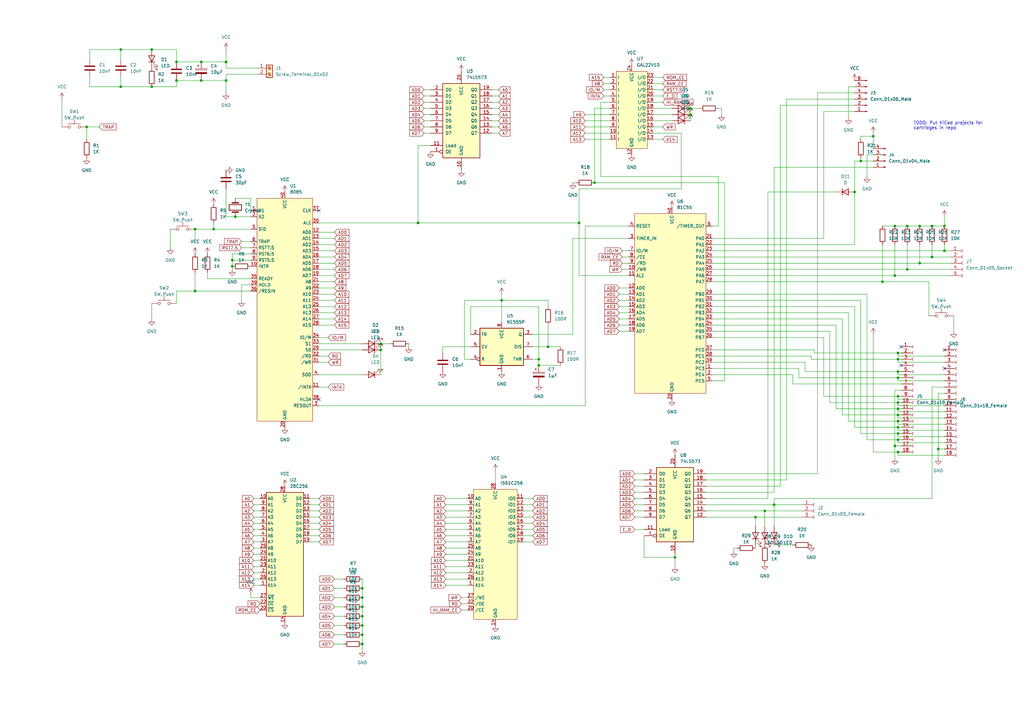
<source format=kicad_sch>
(kicad_sch (version 20230121) (generator eeschema)
  (paper "A3")
  (junction (at 224.79 142.24))
  (junction (at 350.52 78.74))
  (junction (at 367.03 113.03))
  (junction (at 368.3 170.18))
  (junction (at 148.59 252.73))
  (junction (at 95.25 106.68))
  (junction (at 148.59 256.54))
  (junction (at 148.59 245.11))
  (junction (at 368.3 172.72))
  (junction (at 372.11 110.49))
  (junction (at 368.3 180.34))
  (junction (at 377.19 107.95))
  (junction (at 243.84 74.93))
  (junction (at 156.21 143.51))
  (junction (at 368.3 154.94))
  (junction (at 368.3 162.56))
  (junction (at 276.86 228.6))
  (junction (at 353.06 66.04))
  (junction (at 313.69 209.55))
  (junction (at 49.53 20.32))
  (junction (at 237.49 91.44))
  (junction (at 220.98 149.86))
  (junction (at 80.01 119.38))
  (junction (at 372.11 92.71))
  (junction (at 35.56 52.07))
  (junction (at 368.3 175.26))
  (junction (at 317.5 207.01))
  (junction (at 361.95 115.57))
  (junction (at 368.3 152.4))
  (junction (at 72.39 33.02))
  (junction (at 358.14 55.88))
  (junction (at 283.21 46.99))
  (junction (at 80.01 93.98))
  (junction (at 148.59 248.92))
  (junction (at 148.59 260.35))
  (junction (at 283.21 44.45))
  (junction (at 368.3 185.42))
  (junction (at 156.21 140.97))
  (junction (at 368.3 147.32))
  (junction (at 205.74 123.19))
  (junction (at 87.63 93.98))
  (junction (at 72.39 25.4))
  (junction (at 96.52 88.9))
  (junction (at 367.03 182.88))
  (junction (at 368.3 144.78))
  (junction (at 367.03 92.71))
  (junction (at 387.35 92.71))
  (junction (at 377.19 92.71))
  (junction (at 92.71 33.02))
  (junction (at 82.55 33.02))
  (junction (at 62.23 35.56))
  (junction (at 92.71 25.4))
  (junction (at 382.27 105.41))
  (junction (at 368.3 167.64))
  (junction (at 387.35 102.87))
  (junction (at 95.25 109.22))
  (junction (at 148.59 241.3))
  (junction (at 49.53 35.56))
  (junction (at 171.45 91.44))
  (junction (at 62.23 20.32))
  (junction (at 309.88 212.09))
  (junction (at 220.98 147.32))
  (junction (at 384.81 184.15))
  (junction (at 368.3 165.1))
  (junction (at 82.55 25.4))
  (junction (at 382.27 92.71))
  (junction (at 368.3 177.8))
  (junction (at 148.59 264.16))
  (no_connect (at 387.35 143.51))
  (no_connect (at 130.81 163.83))
  (no_connect (at 369.57 142.24))
  (no_connect (at 130.81 86.36))
  (no_connect (at 369.57 149.86))
  (no_connect (at 387.35 151.13))
  (wire (pts (xy 214.63 214.63) (xy 218.44 214.63)))
  (wire (pts (xy 130.81 120.65) (xy 137.16 120.65)))
  (wire (pts (xy 104.14 209.55) (xy 106.68 209.55)))
  (wire (pts (xy 189.23 247.65) (xy 191.77 247.65)))
  (wire (pts (xy 247.65 31.75) (xy 250.19 31.75)))
  (wire (pts (xy 247.65 34.29) (xy 250.19 34.29)))
  (wire (pts (xy 367.03 182.88) (xy 367.03 187.96)))
  (wire (pts (xy 283.21 49.53) (xy 283.21 46.99)))
  (wire (pts (xy 350.52 66.04) (xy 350.52 78.74)))
  (wire (pts (xy 317.5 201.93) (xy 317.5 68.58)))
  (wire (pts (xy 130.81 107.95) (xy 137.16 107.95)))
  (wire (pts (xy 102.87 114.3) (xy 85.09 114.3)))
  (wire (pts (xy 368.3 172.72) (xy 368.3 173.99)))
  (wire (pts (xy 182.88 207.01) (xy 191.77 207.01)))
  (wire (pts (xy 350.52 66.04) (xy 353.06 66.04)))
  (wire (pts (xy 130.81 105.41) (xy 137.16 105.41)))
  (wire (pts (xy 95.25 104.14) (xy 102.87 104.14)))
  (wire (pts (xy 85.09 114.3) (xy 85.09 111.76)))
  (wire (pts (xy 384.81 184.15) (xy 387.35 184.15)))
  (wire (pts (xy 382.27 204.47) (xy 382.27 158.75)))
  (wire (pts (xy 104.14 234.95) (xy 106.68 234.95)))
  (wire (pts (xy 292.1 133.35) (xy 342.9 133.35)))
  (wire (pts (xy 342.9 133.35) (xy 342.9 167.64)))
  (wire (pts (xy 35.56 52.07) (xy 40.64 52.07)))
  (wire (pts (xy 289.56 199.39) (xy 320.04 199.39)))
  (wire (pts (xy 292.1 153.67) (xy 325.12 153.67)))
  (wire (pts (xy 368.3 154.94) (xy 368.3 156.21)))
  (wire (pts (xy 283.21 44.45) (xy 287.02 44.45)))
  (wire (pts (xy 368.3 177.8) (xy 369.57 177.8)))
  (wire (pts (xy 276.86 232.41) (xy 276.86 228.6)))
  (wire (pts (xy 335.28 38.1) (xy 350.52 38.1)))
  (wire (pts (xy 372.11 92.71) (xy 377.19 92.71)))
  (wire (pts (xy 130.81 113.03) (xy 137.16 113.03)))
  (wire (pts (xy 173.99 41.91) (xy 176.53 41.91)))
  (wire (pts (xy 254 123.19) (xy 257.81 123.19)))
  (wire (pts (xy 130.81 133.35) (xy 137.16 133.35)))
  (wire (pts (xy 368.3 176.53) (xy 387.35 176.53)))
  (wire (pts (xy 292.1 146.05) (xy 332.74 146.05)))
  (wire (pts (xy 255.27 110.49) (xy 257.81 110.49)))
  (wire (pts (xy 205.74 120.65) (xy 205.74 123.19)))
  (wire (pts (xy 340.36 135.89) (xy 340.36 165.1)))
  (wire (pts (xy 342.9 167.64) (xy 368.3 167.64)))
  (wire (pts (xy 254 125.73) (xy 257.81 125.73)))
  (wire (pts (xy 130.81 115.57) (xy 137.16 115.57)))
  (wire (pts (xy 240.03 46.99) (xy 250.19 46.99)))
  (wire (pts (xy 148.59 256.54) (xy 148.59 260.35)))
  (wire (pts (xy 368.3 147.32) (xy 368.3 148.59)))
  (wire (pts (xy 80.01 93.98) (xy 87.63 93.98)))
  (wire (pts (xy 171.45 91.44) (xy 237.49 91.44)))
  (wire (pts (xy 49.53 24.13) (xy 49.53 20.32)))
  (wire (pts (xy 237.49 77.47) (xy 237.49 91.44)))
  (wire (pts (xy 260.35 204.47) (xy 264.16 204.47)))
  (wire (pts (xy 104.14 232.41) (xy 106.68 232.41)))
  (wire (pts (xy 224.79 123.19) (xy 205.74 123.19)))
  (wire (pts (xy 92.71 38.1) (xy 92.71 33.02)))
  (wire (pts (xy 368.3 152.4) (xy 368.3 153.67)))
  (wire (pts (xy 330.2 152.4) (xy 368.3 152.4)))
  (wire (pts (xy 267.97 41.91) (xy 271.78 41.91)))
  (wire (pts (xy 372.11 100.33) (xy 372.11 110.49)))
  (wire (pts (xy 130.81 143.51) (xy 148.59 143.51)))
  (wire (pts (xy 292.1 97.79) (xy 337.82 97.79)))
  (wire (pts (xy 368.3 179.07) (xy 387.35 179.07)))
  (wire (pts (xy 368.3 177.8) (xy 368.3 179.07)))
  (wire (pts (xy 214.63 212.09) (xy 218.44 212.09)))
  (wire (pts (xy 104.14 217.17) (xy 106.68 217.17)))
  (wire (pts (xy 325.12 153.67) (xy 325.12 157.48)))
  (wire (pts (xy 156.21 140.97) (xy 156.21 143.51)))
  (wire (pts (xy 127 209.55) (xy 130.81 209.55)))
  (wire (pts (xy 104.14 207.01) (xy 106.68 207.01)))
  (wire (pts (xy 130.81 102.87) (xy 137.16 102.87)))
  (wire (pts (xy 353.06 177.8) (xy 368.3 177.8)))
  (wire (pts (xy 368.3 146.05) (xy 387.35 146.05)))
  (wire (pts (xy 95.25 106.68) (xy 95.25 109.22)))
  (wire (pts (xy 92.71 20.32) (xy 92.71 25.4)))
  (wire (pts (xy 240.03 54.61) (xy 250.19 54.61)))
  (wire (pts (xy 347.98 172.72) (xy 368.3 172.72)))
  (wire (pts (xy 368.3 162.56) (xy 368.3 163.83)))
  (wire (pts (xy 368.3 170.18) (xy 369.57 170.18)))
  (wire (pts (xy 255.27 102.87) (xy 257.81 102.87)))
  (wire (pts (xy 368.3 165.1) (xy 369.57 165.1)))
  (wire (pts (xy 137.16 245.11) (xy 140.97 245.11)))
  (wire (pts (xy 182.88 212.09) (xy 191.77 212.09)))
  (wire (pts (xy 182.88 227.33) (xy 191.77 227.33)))
  (wire (pts (xy 36.83 24.13) (xy 36.83 20.32)))
  (wire (pts (xy 355.6 180.34) (xy 368.3 180.34)))
  (wire (pts (xy 350.52 175.26) (xy 368.3 175.26)))
  (wire (pts (xy 368.3 144.78) (xy 369.57 144.78)))
  (wire (pts (xy 182.88 204.47) (xy 191.77 204.47)))
  (wire (pts (xy 95.25 106.68) (xy 102.87 106.68)))
  (wire (pts (xy 104.14 214.63) (xy 106.68 214.63)))
  (wire (pts (xy 137.16 260.35) (xy 140.97 260.35)))
  (wire (pts (xy 382.27 100.33) (xy 382.27 105.41)))
  (wire (pts (xy 355.6 72.39) (xy 355.6 63.5)))
  (wire (pts (xy 292.1 123.19) (xy 353.06 123.19)))
  (wire (pts (xy 292.1 135.89) (xy 340.36 135.89)))
  (wire (pts (xy 361.95 115.57) (xy 381 115.57)))
  (wire (pts (xy 240.03 52.07) (xy 250.19 52.07)))
  (wire (pts (xy 317.5 223.52) (xy 325.12 223.52)))
  (wire (pts (xy 104.14 204.47) (xy 106.68 204.47)))
  (wire (pts (xy 260.35 217.17) (xy 264.16 217.17)))
  (wire (pts (xy 387.35 102.87) (xy 389.89 102.87)))
  (wire (pts (xy 368.3 175.26) (xy 369.57 175.26)))
  (wire (pts (xy 104.14 227.33) (xy 106.68 227.33)))
  (wire (pts (xy 292.1 138.43) (xy 337.82 138.43)))
  (wire (pts (xy 368.3 186.69) (xy 387.35 186.69)))
  (wire (pts (xy 130.81 130.81) (xy 137.16 130.81)))
  (wire (pts (xy 254 128.27) (xy 257.81 128.27)))
  (wire (pts (xy 382.27 105.41) (xy 389.89 105.41)))
  (wire (pts (xy 264.16 228.6) (xy 264.16 219.71)))
  (wire (pts (xy 201.93 49.53) (xy 204.47 49.53)))
  (wire (pts (xy 171.45 59.69) (xy 176.53 59.69)))
  (wire (pts (xy 289.56 212.09) (xy 309.88 212.09)))
  (wire (pts (xy 317.5 207.01) (xy 317.5 204.47)))
  (wire (pts (xy 218.44 137.16) (xy 234.95 137.16)))
  (wire (pts (xy 96.52 81.28) (xy 102.87 81.28)))
  (wire (pts (xy 130.81 123.19) (xy 137.16 123.19)))
  (wire (pts (xy 377.19 92.71) (xy 382.27 92.71)))
  (wire (pts (xy 289.56 209.55) (xy 313.69 209.55)))
  (wire (pts (xy 368.3 167.64) (xy 369.57 167.64)))
  (wire (pts (xy 102.87 119.38) (xy 80.01 119.38)))
  (wire (pts (xy 148.59 260.35) (xy 148.59 264.16)))
  (wire (pts (xy 201.93 52.07) (xy 204.47 52.07)))
  (wire (pts (xy 254 135.89) (xy 257.81 135.89)))
  (wire (pts (xy 313.69 209.55) (xy 328.93 209.55)))
  (wire (pts (xy 292.1 102.87) (xy 387.35 102.87)))
  (wire (pts (xy 368.3 167.64) (xy 368.3 168.91)))
  (wire (pts (xy 247.65 39.37) (xy 250.19 39.37)))
  (wire (pts (xy 72.39 20.32) (xy 72.39 25.4)))
  (wire (pts (xy 260.35 199.39) (xy 264.16 199.39)))
  (wire (pts (xy 330.2 148.59) (xy 330.2 152.4)))
  (wire (pts (xy 384.81 184.15) (xy 384.81 187.96)))
  (wire (pts (xy 358.14 66.04) (xy 353.06 66.04)))
  (wire (pts (xy 173.99 54.61) (xy 176.53 54.61)))
  (wire (pts (xy 234.95 74.93) (xy 236.22 74.93)))
  (wire (pts (xy 240.03 92.71) (xy 257.81 92.71)))
  (wire (pts (xy 391.16 129.54) (xy 391.16 135.89)))
  (wire (pts (xy 214.63 207.01) (xy 218.44 207.01)))
  (wire (pts (xy 267.97 39.37) (xy 271.78 39.37)))
  (wire (pts (xy 314.96 204.47) (xy 314.96 78.74)))
  (wire (pts (xy 220.98 125.73) (xy 193.04 125.73)))
  (wire (pts (xy 82.55 33.02) (xy 92.71 33.02)))
  (wire (pts (xy 279.4 77.47) (xy 237.49 77.47)))
  (wire (pts (xy 368.3 147.32) (xy 369.57 147.32)))
  (wire (pts (xy 387.35 100.33) (xy 387.35 102.87)))
  (wire (pts (xy 240.03 166.37) (xy 240.03 92.71)))
  (wire (pts (xy 247.65 36.83) (xy 250.19 36.83)))
  (wire (pts (xy 267.97 36.83) (xy 271.78 36.83)))
  (wire (pts (xy 387.35 92.71) (xy 387.35 88.9)))
  (wire (pts (xy 189.23 245.11) (xy 191.77 245.11)))
  (wire (pts (xy 368.3 166.37) (xy 387.35 166.37)))
  (wire (pts (xy 260.35 196.85) (xy 264.16 196.85)))
  (wire (pts (xy 267.97 54.61) (xy 279.4 54.61)))
  (wire (pts (xy 130.81 125.73) (xy 137.16 125.73)))
  (wire (pts (xy 127 222.25) (xy 130.81 222.25)))
  (wire (pts (xy 368.3 144.78) (xy 368.3 146.05)))
  (wire (pts (xy 368.3 181.61) (xy 387.35 181.61)))
  (wire (pts (xy 368.3 185.42) (xy 358.14 185.42)))
  (wire (pts (xy 35.56 52.07) (xy 35.56 57.15)))
  (wire (pts (xy 317.5 204.47) (xy 382.27 204.47)))
  (wire (pts (xy 99.06 116.84) (xy 102.87 116.84)))
  (wire (pts (xy 224.79 142.24) (xy 218.44 142.24)))
  (wire (pts (xy 358.14 185.42) (xy 358.14 137.16)))
  (wire (pts (xy 95.25 109.22) (xy 95.25 110.49)))
  (wire (pts (xy 295.91 44.45) (xy 295.91 46.99)))
  (wire (pts (xy 205.74 123.19) (xy 205.74 132.08)))
  (wire (pts (xy 104.14 237.49) (xy 106.68 237.49)))
  (wire (pts (xy 294.64 92.71) (xy 294.64 72.39)))
  (wire (pts (xy 203.2 193.04) (xy 203.2 198.12)))
  (wire (pts (xy 92.71 25.4) (xy 92.71 27.94)))
  (wire (pts (xy 292.1 105.41) (xy 382.27 105.41)))
  (wire (pts (xy 292.1 115.57) (xy 361.95 115.57)))
  (wire (pts (xy 368.3 180.34) (xy 369.57 180.34)))
  (wire (pts (xy 104.14 224.79) (xy 106.68 224.79)))
  (wire (pts (xy 345.44 130.81) (xy 345.44 170.18)))
  (wire (pts (xy 355.6 120.65) (xy 355.6 180.34)))
  (wire (pts (xy 358.14 55.88) (xy 358.14 60.96)))
  (wire (pts (xy 267.97 31.75) (xy 271.78 31.75)))
  (wire (pts (xy 289.56 201.93) (xy 317.5 201.93)))
  (wire (pts (xy 332.74 146.05) (xy 332.74 147.32)))
  (wire (pts (xy 309.88 223.52) (xy 309.88 224.79)))
  (wire (pts (xy 381 115.57) (xy 381 129.54)))
  (wire (pts (xy 240.03 49.53) (xy 250.19 49.53)))
  (wire (pts (xy 193.04 147.32) (xy 190.5 147.32)))
  (wire (pts (xy 130.81 166.37) (xy 240.03 166.37)))
  (wire (pts (xy 87.63 93.98) (xy 87.63 91.44)))
  (wire (pts (xy 292.1 128.27) (xy 347.98 128.27)))
  (wire (pts (xy 104.14 212.09) (xy 106.68 212.09)))
  (wire (pts (xy 292.1 100.33) (xy 350.52 100.33)))
  (wire (pts (xy 246.38 72.39) (xy 246.38 41.91)))
  (wire (pts (xy 369.57 185.42) (xy 368.3 185.42)))
  (wire (pts (xy 292.1 125.73) (xy 350.52 125.73)))
  (wire (pts (xy 292.1 120.65) (xy 355.6 120.65)))
  (wire (pts (xy 229.87 149.86) (xy 220.98 149.86)))
  (wire (pts (xy 193.04 125.73) (xy 193.04 137.16)))
  (wire (pts (xy 358.14 54.61) (xy 358.14 55.88)))
  (wire (pts (xy 367.03 100.33) (xy 367.03 113.03)))
  (wire (pts (xy 368.3 153.67) (xy 387.35 153.67)))
  (wire (pts (xy 234.95 137.16) (xy 234.95 97.79)))
  (wire (pts (xy 368.3 180.34) (xy 368.3 181.61)))
  (wire (pts (xy 102.87 93.98) (xy 87.63 93.98)))
  (wire (pts (xy 49.53 20.32) (xy 62.23 20.32)))
  (wire (pts (xy 171.45 91.44) (xy 171.45 59.69)))
  (wire (pts (xy 182.88 232.41) (xy 191.77 232.41)))
  (wire (pts (xy 82.55 25.4) (xy 92.71 25.4)))
  (wire (pts (xy 347.98 128.27) (xy 347.98 172.72)))
  (wire (pts (xy 246.38 41.91) (xy 250.19 41.91)))
  (wire (pts (xy 367.03 182.88) (xy 369.57 182.88)))
  (wire (pts (xy 267.97 49.53) (xy 275.59 49.53)))
  (wire (pts (xy 214.63 209.55) (xy 218.44 209.55)))
  (wire (pts (xy 254 130.81) (xy 257.81 130.81)))
  (wire (pts (xy 368.3 173.99) (xy 387.35 173.99)))
  (wire (pts (xy 220.98 149.86) (xy 220.98 147.32)))
  (wire (pts (xy 350.52 125.73) (xy 350.52 175.26)))
  (wire (pts (xy 148.59 248.92) (xy 148.59 252.73)))
  (wire (pts (xy 181.61 142.24) (xy 193.04 142.24)))
  (wire (pts (xy 148.59 264.16) (xy 148.59 266.7)))
  (wire (pts (xy 173.99 39.37) (xy 176.53 39.37)))
  (wire (pts (xy 332.74 147.32) (xy 368.3 147.32)))
  (wire (pts (xy 105.41 27.94) (xy 92.71 27.94)))
  (wire (pts (xy 267.97 34.29) (xy 271.78 34.29)))
  (wire (pts (xy 267.97 57.15) (xy 271.78 57.15)))
  (wire (pts (xy 137.16 248.92) (xy 140.97 248.92)))
  (wire (pts (xy 279.4 54.61) (xy 279.4 77.47)))
  (wire (pts (xy 104.14 222.25) (xy 106.68 222.25)))
  (wire (pts (xy 368.3 171.45) (xy 387.35 171.45)))
  (wire (pts (xy 137.16 264.16) (xy 140.97 264.16)))
  (wire (pts (xy 36.83 20.32) (xy 49.53 20.32)))
  (wire (pts (xy 340.36 165.1) (xy 368.3 165.1)))
  (wire (pts (xy 368.3 175.26) (xy 368.3 176.53)))
  (wire (pts (xy 182.88 234.95) (xy 191.77 234.95)))
  (wire (pts (xy 130.81 128.27) (xy 137.16 128.27)))
  (wire (pts (xy 173.99 36.83) (xy 176.53 36.83)))
  (wire (pts (xy 201.93 39.37) (xy 204.47 39.37)))
  (wire (pts (xy 353.06 123.19) (xy 353.06 177.8)))
  (wire (pts (xy 49.53 31.75) (xy 49.53 35.56)))
  (wire (pts (xy 317.5 207.01) (xy 328.93 207.01)))
  (wire (pts (xy 260.35 194.31) (xy 264.16 194.31)))
  (wire (pts (xy 335.28 194.31) (xy 335.28 38.1)))
  (wire (pts (xy 292.1 110.49) (xy 372.11 110.49)))
  (wire (pts (xy 69.85 93.98) (xy 69.85 101.6)))
  (wire (pts (xy 182.88 209.55) (xy 191.77 209.55)))
  (wire (pts (xy 345.44 170.18) (xy 368.3 170.18)))
  (wire (pts (xy 260.35 209.55) (xy 264.16 209.55)))
  (wire (pts (xy 130.81 158.75) (xy 134.62 158.75)))
  (wire (pts (xy 260.35 212.09) (xy 264.16 212.09)))
  (wire (pts (xy 317.5 68.58) (xy 358.14 68.58)))
  (wire (pts (xy 334.01 143.51) (xy 334.01 144.78)))
  (wire (pts (xy 314.96 78.74) (xy 342.9 78.74)))
  (wire (pts (xy 237.49 91.44) (xy 237.49 113.03)))
  (wire (pts (xy 368.3 165.1) (xy 368.3 166.37)))
  (wire (pts (xy 182.88 217.17) (xy 191.77 217.17)))
  (wire (pts (xy 182.88 214.63) (xy 191.77 214.63)))
  (wire (pts (xy 130.81 153.67) (xy 148.59 153.67)))
  (wire (pts (xy 368.3 170.18) (xy 368.3 171.45)))
  (wire (pts (xy 337.82 97.79) (xy 337.82 45.72)))
  (wire (pts (xy 382.27 158.75) (xy 387.35 158.75)))
  (wire (pts (xy 353.06 64.77) (xy 353.06 66.04)))
  (wire (pts (xy 36.83 35.56) (xy 49.53 35.56)))
  (wire (pts (xy 214.63 204.47) (xy 218.44 204.47)))
  (wire (pts (xy 104.14 219.71) (xy 106.68 219.71)))
  (wire (pts (xy 294.64 44.45) (xy 295.91 44.45)))
  (wire (pts (xy 224.79 125.73) (xy 224.79 123.19)))
  (wire (pts (xy 320.04 43.18) (xy 320.04 199.39)))
  (wire (pts (xy 130.81 110.49) (xy 137.16 110.49)))
  (wire (pts (xy 368.3 172.72) (xy 369.57 172.72)))
  (wire (pts (xy 243.84 44.45) (xy 250.19 44.45)))
  (wire (pts (xy 80.01 99.06) (xy 80.01 93.98)))
  (wire (pts (xy 283.21 46.99) (xy 283.21 44.45)))
  (wire (pts (xy 80.01 111.76) (xy 80.01 119.38)))
  (wire (pts (xy 254 118.11) (xy 257.81 118.11)))
  (wire (pts (xy 130.81 138.43) (xy 134.62 138.43)))
  (wire (pts (xy 62.23 35.56) (xy 72.39 35.56)))
  (wire (pts (xy 92.71 30.48) (xy 105.41 30.48)))
  (wire (pts (xy 384.81 161.29) (xy 384.81 184.15)))
  (wire (pts (xy 92.71 88.9) (xy 96.52 88.9)))
  (wire (pts (xy 99.06 101.6) (xy 102.87 101.6)))
  (wire (pts (xy 367.03 113.03) (xy 389.89 113.03)))
  (wire (pts (xy 62.23 124.46) (xy 62.23 130.81)))
  (wire (pts (xy 96.52 88.9) (xy 102.87 88.9)))
  (wire (pts (xy 92.71 77.47) (xy 92.71 88.9)))
  (wire (pts (xy 127 219.71) (xy 130.81 219.71)))
  (wire (pts (xy 267.97 46.99) (xy 275.59 46.99)))
  (wire (pts (xy 382.27 92.71) (xy 387.35 92.71)))
  (wire (pts (xy 130.81 100.33) (xy 137.16 100.33)))
  (wire (pts (xy 106.68 245.11) (xy 102.87 245.11)))
  (wire (pts (xy 130.81 146.05) (xy 134.62 146.05)))
  (wire (pts (xy 254 120.65) (xy 257.81 120.65)))
  (wire (pts (xy 92.71 33.02) (xy 92.71 30.48)))
  (wire (pts (xy 137.16 241.3) (xy 140.97 241.3)))
  (wire (pts (xy 182.88 237.49) (xy 191.77 237.49)))
  (wire (pts (xy 182.88 224.79) (xy 191.77 224.79)))
  (wire (pts (xy 201.93 54.61) (xy 204.47 54.61)))
  (wire (pts (xy 190.5 123.19) (xy 205.74 123.19)))
  (wire (pts (xy 292.1 156.21) (xy 297.18 156.21)))
  (wire (pts (xy 148.59 241.3) (xy 148.59 245.11)))
  (wire (pts (xy 148.59 245.11) (xy 148.59 248.92)))
  (wire (pts (xy 368.3 156.21) (xy 387.35 156.21)))
  (wire (pts (xy 137.16 237.49) (xy 140.97 237.49)))
  (wire (pts (xy 201.93 41.91) (xy 204.47 41.91)))
  (wire (pts (xy 289.56 194.31) (xy 335.28 194.31)))
  (wire (pts (xy 99.06 99.06) (xy 102.87 99.06)))
  (wire (pts (xy 297.18 74.93) (xy 243.84 74.93)))
  (wire (pts (xy 387.35 161.29) (xy 384.81 161.29)))
  (wire (pts (xy 297.18 156.21) (xy 297.18 74.93)))
  (wire (pts (xy 353.06 57.15) (xy 353.06 55.88)))
  (wire (pts (xy 361.95 92.71) (xy 367.03 92.71)))
  (wire (pts (xy 201.93 44.45) (xy 204.47 44.45)))
  (wire (pts (xy 243.84 74.93) (xy 243.84 44.45)))
  (wire (pts (xy 367.03 160.02) (xy 367.03 182.88)))
  (wire (pts (xy 347.98 35.56) (xy 350.52 35.56)))
  (wire (pts (xy 127 207.01) (xy 130.81 207.01)))
  (wire (pts (xy 368.3 168.91) (xy 387.35 168.91)))
  (wire (pts (xy 372.11 110.49) (xy 389.89 110.49)))
  (wire (pts (xy 267.97 44.45) (xy 275.59 44.45)))
  (wire (pts (xy 289.56 196.85) (xy 322.58 196.85)))
  (wire (pts (xy 276.86 228.6) (xy 276.86 227.33)))
  (wire (pts (xy 377.19 100.33) (xy 377.19 107.95)))
  (wire (pts (xy 127 212.09) (xy 130.81 212.09)))
  (wire (pts (xy 271.78 52.07) (xy 267.97 52.07)))
  (wire (pts (xy 214.63 217.17) (xy 218.44 217.17)))
  (wire (pts (xy 377.19 107.95) (xy 389.89 107.95)))
  (wire (pts (xy 95.25 104.14) (xy 95.25 106.68)))
  (wire (pts (xy 292.1 107.95) (xy 377.19 107.95)))
  (wire (pts (xy 276.86 228.6) (xy 264.16 228.6)))
  (wire (pts (xy 368.3 162.56) (xy 369.57 162.56)))
  (wire (pts (xy 201.93 46.99) (xy 204.47 46.99)))
  (wire (pts (xy 292.1 130.81) (xy 345.44 130.81)))
  (wire (pts (xy 347.98 48.26) (xy 347.98 35.56)))
  (wire (pts (xy 127 217.17) (xy 130.81 217.17)))
  (wire (pts (xy 237.49 113.03) (xy 257.81 113.03)))
  (wire (pts (xy 182.88 219.71) (xy 191.77 219.71)))
  (wire (pts (xy 292.1 148.59) (xy 330.2 148.59)))
  (wire (pts (xy 260.35 201.93) (xy 264.16 201.93)))
  (wire (pts (xy 289.56 204.47) (xy 314.96 204.47)))
  (wire (pts (xy 224.79 142.24) (xy 229.87 142.24)))
  (wire (pts (xy 224.79 133.35) (xy 224.79 142.24)))
  (wire (pts (xy 353.06 55.88) (xy 358.14 55.88)))
  (wire (pts (xy 130.81 140.97) (xy 148.59 140.97)))
  (wire (pts (xy 72.39 33.02) (xy 82.55 33.02)))
  (wire (pts (xy 214.63 219.71) (xy 218.44 219.71)))
  (wire (pts (xy 294.64 72.39) (xy 246.38 72.39)))
  (wire (pts (xy 368.3 163.83) (xy 387.35 163.83)))
  (wire (pts (xy 36.83 31.75) (xy 36.83 35.56)))
  (wire (pts (xy 350.52 78.74) (xy 350.52 100.33)))
  (wire (pts (xy 218.44 147.32) (xy 220.98 147.32)))
  (wire (pts (xy 62.23 20.32) (xy 72.39 20.32)))
  (wire (pts (xy 368.3 154.94) (xy 369.57 154.94)))
  (wire (pts (xy 130.81 97.79) (xy 137.16 97.79)))
  (wire (pts (xy 173.99 52.07) (xy 176.53 52.07)))
  (wire (pts (xy 127 204.47) (xy 130.81 204.47)))
  (wire (pts (xy 148.59 237.49) (xy 148.59 241.3)))
  (wire (pts (xy 337.82 138.43) (xy 337.82 162.56)))
  (wire (pts (xy 317.5 207.01) (xy 317.5 215.9)))
  (wire (pts (xy 240.03 57.15) (xy 250.19 57.15)))
  (wire (pts (xy 234.95 97.79) (xy 257.81 97.79)))
  (wire (pts (xy 80.01 119.38) (xy 72.39 119.38)))
  (wire (pts (xy 173.99 49.53) (xy 176.53 49.53)))
  (wire (pts (xy 167.64 142.24) (xy 167.64 140.97)))
  (wire (pts (xy 137.16 256.54) (xy 140.97 256.54)))
  (wire (pts (xy 300.99 224.79) (xy 302.26 224.79)))
  (wire (pts (xy 369.57 160.02) (xy 367.03 160.02)))
  (wire (pts (xy 130.81 91.44) (xy 171.45 91.44)))
  (wire (pts (xy 254 133.35) (xy 257.81 133.35)))
  (wire (pts (xy 173.99 44.45) (xy 176.53 44.45)))
  (wire (pts (xy 173.99 46.99) (xy 176.53 46.99)))
  (wire (pts (xy 182.88 229.87) (xy 191.77 229.87)))
  (wire (pts (xy 220.98 147.32) (xy 220.98 125.73)))
  (wire (pts (xy 322.58 40.64) (xy 322.58 196.85)))
  (wire (pts (xy 325.12 157.48) (xy 369.57 157.48)))
  (wire (pts (xy 181.61 144.78) (xy 181.61 142.24)))
  (wire (pts (xy 130.81 118.11) (xy 137.16 118.11)))
  (wire (pts (xy 300.99 226.06) (xy 300.99 224.79)))
  (wire (pts (xy 201.93 36.83) (xy 204.47 36.83)))
  (wire (pts (xy 130.81 95.25) (xy 137.16 95.25)))
  (wire (pts (xy 327.66 154.94) (xy 368.3 154.94)))
  (wire (pts (xy 289.56 207.01) (xy 317.5 207.01)))
  (wire (pts (xy 25.4 40.64) (xy 25.4 52.07)))
  (wire (pts (xy 190.5 147.32) (xy 190.5 123.19)))
  (wire (pts (xy 322.58 40.64) (xy 350.52 40.64)))
  (wire (pts (xy 309.88 212.09) (xy 309.88 215.9)))
  (wire (pts (xy 102.87 245.11) (xy 102.87 243.84)))
  (wire (pts (xy 255.27 105.41) (xy 257.81 105.41)))
  (wire (pts (xy 292.1 143.51) (xy 334.01 143.51)))
  (wire (pts (xy 309.88 212.09) (xy 328.93 212.09)))
  (wire (pts (xy 189.23 250.19) (xy 191.77 250.19)))
  (wire (pts (xy 255.27 107.95) (xy 257.81 107.95)))
  (wire (pts (xy 72.39 119.38) (xy 72.39 124.46)))
  (wire (pts (xy 104.14 229.87) (xy 106.68 229.87)))
  (wire (pts (xy 368.3 148.59) (xy 387.35 148.59)))
  (wire (pts (xy 49.53 35.56) (xy 62.23 35.56)))
  (wire (pts (xy 104.14 240.03) (xy 106.68 240.03)))
  (wire (pts (xy 130.81 148.59) (xy 134.62 148.59)))
  (wire (pts (xy 292.1 113.03) (xy 367.03 113.03)))
  (wire (pts (xy 214.63 222.25) (xy 218.44 222.25)))
  (wire (pts (xy 72.39 35.56) (xy 72.39 33.02)))
  (wire (pts (xy 320.04 43.18) (xy 350.52 43.18)))
  (wire (pts (xy 337.82 162.56) (xy 368.3 162.56)))
  (wire (pts (xy 72.39 25.4) (xy 82.55 25.4)))
  (wire (pts (xy 156.21 143.51) (xy 156.21 153.67)))
  (wire (pts (xy 368.3 152.4) (xy 369.57 152.4)))
  (wire (pts (xy 313.69 209.55) (xy 313.69 215.9)))
  (wire (pts (xy 182.88 222.25) (xy 191.77 222.25)))
  (wire (pts (xy 368.3 185.42) (xy 368.3 186.69)))
  (wire (pts (xy 334.01 144.78) (xy 368.3 144.78)))
  (wire (pts (xy 337.82 45.72) (xy 350.52 45.72)))
  (wire (pts (xy 156.21 140.97) (xy 160.02 140.97)))
  (wire (pts (xy 327.66 151.13) (xy 327.66 154.94)))
  (wire (pts (xy 102.87 81.28) (xy 102.87 86.36)))
  (wire (pts (xy 367.03 92.71) (xy 372.11 92.71)))
  (wire (pts (xy 182.88 240.03) (xy 191.77 240.03)))
  (wire (pts (xy 292.1 92.71) (xy 294.64 92.71)))
  (wire (pts (xy 99.06 123.19) (xy 99.06 116.84)))
  (wire (pts (xy 137.16 252.73) (xy 140.97 252.73)))
  (wire (pts (xy 292.1 151.13) (xy 327.66 151.13)))
  (wire (pts (xy 260.35 207.01) (xy 264.16 207.01)))
  (wire (pts (xy 127 214.63) (xy 130.81 214.63)))
  (wire (pts (xy 361.95 100.33) (xy 361.95 115.57)))
  (wire (pts (xy 148.59 252.73) (xy 148.59 256.54)))
  (wire (pts (xy 355.6 63.5) (xy 358.14 63.5)))
  (text "TODO: Put KiCad projects for\ncartridges in repo" (at 374.65 53.34 0) (effects (font (size 1.27 1.27)) (justify left bottom)))
  (global_label "A11" (shape input) (at 182.88 232.41 180) (property "Intersheetrefs" "${INTERSHEET_REFS}" (effects hide)))
  (global_label "A14" (shape input) (at 104.14 240.03 180) (property "Intersheetrefs" "${INTERSHEET_REFS}" (effects hide)))
  (global_label "A9" (shape input) (at 182.88 227.33 180) (property "Intersheetrefs" "${INTERSHEET_REFS}" (effects hide)))
  (global_label "A1" (shape input) (at 104.14 207.01 180) (property "Intersheetrefs" "${INTERSHEET_REFS}" (effects hide)))
  (global_label "AD5" (shape input) (at 260.35 207.01 180) (property "Intersheetrefs" "${INTERSHEET_REFS}" (effects hide)))
  (global_label "AD0" (shape input) (at 130.81 204.47 0) (property "Intersheetrefs" "${INTERSHEET_REFS}" (effects hide)))
  (global_label "A8" (shape input) (at 104.14 224.79 180) (property "Intersheetrefs" "${INTERSHEET_REFS}" (effects hide)))
  (global_label "AD6" (shape input) (at 173.99 52.07 180) (property "Intersheetrefs" "${INTERSHEET_REFS}" (effects hide)))
  (global_label "A4" (shape input) (at 104.14 214.63 180) (property "Intersheetrefs" "${INTERSHEET_REFS}" (effects hide)))
  (global_label "RD" (shape input) (at 106.68 247.65 180) (property "Intersheetrefs" "${INTERSHEET_REFS}" (effects hide)))
  (global_label "A7" (shape input) (at 182.88 222.25 180) (property "Intersheetrefs" "${INTERSHEET_REFS}" (effects hide)))
  (global_label "AD1" (shape input) (at 173.99 39.37 180) (property "Intersheetrefs" "${INTERSHEET_REFS}" (effects hide)))
  (global_label "A5" (shape input) (at 104.14 217.17 180) (property "Intersheetrefs" "${INTERSHEET_REFS}" (effects hide)))
  (global_label "A6" (shape input) (at 204.47 52.07 0) (property "Intersheetrefs" "${INTERSHEET_REFS}" (effects hide)))
  (global_label "AD2" (shape input) (at 137.16 100.33 0) (property "Intersheetrefs" "${INTERSHEET_REFS}" (effects hide)))
  (global_label "AD6" (shape input) (at 218.44 219.71 0) (property "Intersheetrefs" "${INTERSHEET_REFS}" (effects hide)))
  (global_label "A8" (shape input) (at 247.65 34.29 180) (property "Intersheetrefs" "${INTERSHEET_REFS}" (effects hide)))
  (global_label "A4" (shape input) (at 182.88 214.63 180) (property "Intersheetrefs" "${INTERSHEET_REFS}" (effects hide)))
  (global_label "AD4" (shape input) (at 254 128.27 180) (property "Intersheetrefs" "${INTERSHEET_REFS}" (effects hide)))
  (global_label "RAM_CE" (shape input) (at 255.27 105.41 180) (property "Intersheetrefs" "${INTERSHEET_REFS}" (effects hide)))
  (global_label "WR" (shape input) (at 134.62 148.59 0) (property "Intersheetrefs" "${INTERSHEET_REFS}" (effects hide)))
  (global_label "A15" (shape input) (at 137.16 133.35 0) (property "Intersheetrefs" "${INTERSHEET_REFS}" (effects hide)))
  (global_label "AD0" (shape input) (at 137.16 237.49 180) (property "Intersheetrefs" "${INTERSHEET_REFS}" (effects hide)))
  (global_label "A11" (shape input) (at 240.03 52.07 180) (property "Intersheetrefs" "${INTERSHEET_REFS}" (effects hide)))
  (global_label "AD0" (shape input) (at 254 118.11 180) (property "Intersheetrefs" "${INTERSHEET_REFS}" (effects hide)))
  (global_label "AD5" (shape input) (at 173.99 49.53 180) (property "Intersheetrefs" "${INTERSHEET_REFS}" (effects hide)))
  (global_label "A8" (shape input) (at 182.88 224.79 180) (property "Intersheetrefs" "${INTERSHEET_REFS}" (effects hide)))
  (global_label "RST7.5" (shape input) (at 271.78 36.83 0) (property "Intersheetrefs" "${INTERSHEET_REFS}" (effects hide)))
  (global_label "A11" (shape input) (at 104.14 232.41 180) (property "Intersheetrefs" "${INTERSHEET_REFS}" (effects hide)))
  (global_label "AD2" (shape input) (at 173.99 41.91 180) (property "Intersheetrefs" "${INTERSHEET_REFS}" (effects hide)))
  (global_label "HI_RAM_CE" (shape input) (at 271.78 41.91 0) (property "Intersheetrefs" "${INTERSHEET_REFS}" (effects hide)))
  (global_label "ROM_CE" (shape input) (at 106.68 250.19 180) (property "Intersheetrefs" "${INTERSHEET_REFS}" (effects hide)))
  (global_label "A7" (shape input) (at 204.47 54.61 0) (property "Intersheetrefs" "${INTERSHEET_REFS}" (effects hide)))
  (global_label "AD2" (shape input) (at 260.35 199.39 180) (property "Intersheetrefs" "${INTERSHEET_REFS}" (effects hide)))
  (global_label "A6" (shape input) (at 104.14 219.71 180) (property "Intersheetrefs" "${INTERSHEET_REFS}" (effects hide)))
  (global_label "A13" (shape input) (at 137.16 128.27 0) (property "Intersheetrefs" "${INTERSHEET_REFS}" (effects hide)))
  (global_label "RD" (shape input) (at 189.23 247.65 180) (property "Intersheetrefs" "${INTERSHEET_REFS}" (effects hide)))
  (global_label "A3" (shape input) (at 204.47 44.45 0) (property "Intersheetrefs" "${INTERSHEET_REFS}" (effects hide)))
  (global_label "RST7.5" (shape input) (at 99.06 101.6 180) (property "Intersheetrefs" "${INTERSHEET_REFS}" (effects hide)))
  (global_label "A1" (shape input) (at 204.47 39.37 0) (property "Intersheetrefs" "${INTERSHEET_REFS}" (effects hide)))
  (global_label "AD5" (shape input) (at 137.16 256.54 180) (property "Intersheetrefs" "${INTERSHEET_REFS}" (effects hide)))
  (global_label "AD4" (shape input) (at 218.44 214.63 0) (property "Intersheetrefs" "${INTERSHEET_REFS}" (effects hide)))
  (global_label "AD3" (shape input) (at 173.99 44.45 180) (property "Intersheetrefs" "${INTERSHEET_REFS}" (effects hide)))
  (global_label "A13" (shape input) (at 240.03 57.15 180) (property "Intersheetrefs" "${INTERSHEET_REFS}" (effects hide)))
  (global_label "AD3" (shape input) (at 137.16 102.87 0) (property "Intersheetrefs" "${INTERSHEET_REFS}" (effects hide)))
  (global_label "A14" (shape input) (at 271.78 57.15 0) (property "Intersheetrefs" "${INTERSHEET_REFS}" (effects hide)))
  (global_label "AD5" (shape input) (at 137.16 107.95 0) (property "Intersheetrefs" "${INTERSHEET_REFS}" (effects hide)))
  (global_label "A0" (shape input) (at 204.47 36.83 0) (property "Intersheetrefs" "${INTERSHEET_REFS}" (effects hide)))
  (global_label "A9" (shape input) (at 240.03 46.99 180) (property "Intersheetrefs" "${INTERSHEET_REFS}" (effects hide)))
  (global_label "AD6" (shape input) (at 130.81 219.71 0) (property "Intersheetrefs" "${INTERSHEET_REFS}" (effects hide)))
  (global_label "A14" (shape input) (at 182.88 240.03 180) (property "Intersheetrefs" "${INTERSHEET_REFS}" (effects hide)))
  (global_label "A1" (shape input) (at 182.88 207.01 180) (property "Intersheetrefs" "${INTERSHEET_REFS}" (effects hide)))
  (global_label "AD6" (shape input) (at 260.35 209.55 180) (property "Intersheetrefs" "${INTERSHEET_REFS}" (effects hide)))
  (global_label "A2" (shape input) (at 182.88 209.55 180) (property "Intersheetrefs" "${INTERSHEET_REFS}" (effects hide)))
  (global_label "A12" (shape input) (at 182.88 234.95 180) (property "Intersheetrefs" "${INTERSHEET_REFS}" (effects hide)))
  (global_label "A8" (shape input) (at 137.16 115.57 0) (property "Intersheetrefs" "${INTERSHEET_REFS}" (effects hide)))
  (global_label "AD4" (shape input) (at 137.16 105.41 0) (property "Intersheetrefs" "${INTERSHEET_REFS}" (effects hide)))
  (global_label "A5" (shape input) (at 182.88 217.17 180) (property "Intersheetrefs" "${INTERSHEET_REFS}" (effects hide)))
  (global_label "AD4" (shape input) (at 173.99 46.99 180) (property "Intersheetrefs" "${INTERSHEET_REFS}" (effects hide)))
  (global_label "WR" (shape input) (at 271.78 52.07 0) (property "Intersheetrefs" "${INTERSHEET_REFS}" (effects hide)))
  (global_label "A13" (shape input) (at 182.88 237.49 180) (property "Intersheetrefs" "${INTERSHEET_REFS}" (effects hide)))
  (global_label "AD1" (shape input) (at 137.16 241.3 180) (property "Intersheetrefs" "${INTERSHEET_REFS}" (effects hide)))
  (global_label "AD6" (shape input) (at 137.16 260.35 180) (property "Intersheetrefs" "${INTERSHEET_REFS}" (effects hide)))
  (global_label "A11" (shape input) (at 137.16 123.19 0) (property "Intersheetrefs" "${INTERSHEET_REFS}" (effects hide)))
  (global_label "RAM_CE" (shape input) (at 271.78 34.29 0) (property "Intersheetrefs" "${INTERSHEET_REFS}" (effects hide)))
  (global_label "AD3" (shape input) (at 218.44 212.09 0) (property "Intersheetrefs" "${INTERSHEET_REFS}" (effects hide)))
  (global_label "A12" (shape input) (at 104.14 234.95 180) (property "Intersheetrefs" "${INTERSHEET_REFS}" (effects hide)))
  (global_label "AD3" (shape input) (at 260.35 201.93 180) (property "Intersheetrefs" "${INTERSHEET_REFS}" (effects hide)))
  (global_label "A0" (shape input) (at 182.88 204.47 180) (property "Intersheetrefs" "${INTERSHEET_REFS}" (effects hide)))
  (global_label "AD4" (shape input) (at 260.35 204.47 180) (property "Intersheetrefs" "${INTERSHEET_REFS}" (effects hide)))
  (global_label "AD1" (shape input) (at 260.35 196.85 180) (property "Intersheetrefs" "${INTERSHEET_REFS}" (effects hide)))
  (global_label "AD3" (shape input) (at 137.16 248.92 180) (property "Intersheetrefs" "${INTERSHEET_REFS}" (effects hide)))
  (global_label "AD0" (shape input) (at 260.35 194.31 180) (property "Intersheetrefs" "${INTERSHEET_REFS}" (effects hide)))
  (global_label "HI_RAM_CE" (shape input) (at 189.23 250.19 180) (property "Intersheetrefs" "${INTERSHEET_REFS}" (effects hide)))
  (global_label "A4" (shape input) (at 204.47 46.99 0) (property "Intersheetrefs" "${INTERSHEET_REFS}" (effects hide)))
  (global_label "A10" (shape input) (at 182.88 229.87 180) (property "Intersheetrefs" "${INTERSHEET_REFS}" (effects hide)))
  (global_label "AD7" (shape input) (at 137.16 113.03 0) (property "Intersheetrefs" "${INTERSHEET_REFS}" (effects hide)))
  (global_label "A5" (shape input) (at 204.47 49.53 0) (property "Intersheetrefs" "${INTERSHEET_REFS}" (effects hide)))
  (global_label "A7" (shape input) (at 104.14 222.25 180) (property "Intersheetrefs" "${INTERSHEET_REFS}" (effects hide)))
  (global_label "TRAP" (shape input) (at 99.06 99.06 180) (property "Intersheetrefs" "${INTERSHEET_REFS}" (effects hide)))
  (global_label "A12" (shape input) (at 240.03 54.61 180) (property "Intersheetrefs" "${INTERSHEET_REFS}" (effects hide)))
  (global_label "AD6" (shape input) (at 137.16 110.49 0) (property "Intersheetrefs" "${INTERSHEET_REFS}" (effects hide)))
  (global_label "A0" (shape input) (at 104.14 204.47 180) (property "Intersheetrefs" "${INTERSHEET_REFS}" (effects hide)))
  (global_label "A10" (shape input) (at 137.16 120.65 0) (property "Intersheetrefs" "${INTERSHEET_REFS}" (effects hide)))
  (global_label "AD0" (shape input) (at 173.99 36.83 180) (property "Intersheetrefs" "${INTERSHEET_REFS}" (effects hide)))
  (global_label "AD0" (shape input) (at 218.44 204.47 0) (property "Intersheetrefs" "${INTERSHEET_REFS}" (effects hide)))
  (global_label "AD7" (shape input) (at 218.44 222.25 0) (property "Intersheetrefs" "${INTERSHEET_REFS}" (effects hide)))
  (global_label "AD6" (shape input) (at 254 133.35 180) (property "Intersheetrefs" "${INTERSHEET_REFS}" (effects hide)))
  (global_label "AD2" (shape input) (at 254 123.19 180) (property "Intersheetrefs" "${INTERSHEET_REFS}" (effects hide)))
  (global_label "INTA" (shape input) (at 134.62 158.75 0) (property "Intersheetrefs" "${INTERSHEET_REFS}" (effects hide)))
  (global_label "AD7" (shape input) (at 130.81 222.25 0) (property "Intersheetrefs" "${INTERSHEET_REFS}" (effects hide)))
  (global_label "AD2" (shape input) (at 130.81 209.55 0) (property "Intersheetrefs" "${INTERSHEET_REFS}" (effects hide)))
  (global_label "IO{slash}M" (shape input) (at 134.62 138.43 0) (property "Intersheetrefs" "${INTERSHEET_REFS}" (effects hide)))
  (global_label "WR" (shape input) (at 255.27 110.49 180) (property "Intersheetrefs" "${INTERSHEET_REFS}" (effects hide)))
  (global_label "AD4" (shape input) (at 130.81 214.63 0) (property "Intersheetrefs" "${INTERSHEET_REFS}" (effects hide)))
  (global_label "AD3" (shape input) (at 254 125.73 180) (property "Intersheetrefs" "${INTERSHEET_REFS}" (effects hide)))
  (global_label "A15" (shape input) (at 247.65 31.75 180) (property "Intersheetrefs" "${INTERSHEET_REFS}" (effects hide)))
  (global_label "AD7" (shape input) (at 254 135.89 180) (property "Intersheetrefs" "${INTERSHEET_REFS}" (effects hide)))
  (global_label "AD7" (shape input) (at 137.16 264.16 180) (property "Intersheetrefs" "${INTERSHEET_REFS}" (effects hide)))
  (global_label "A3" (shape input) (at 182.88 212.09 180) (property "Intersheetrefs" "${INTERSHEET_REFS}" (effects hide)))
  (global_label "A10" (shape input) (at 104.14 229.87 180) (property "Intersheetrefs" "${INTERSHEET_REFS}" (effects hide)))
  (global_label "WR" (shape input) (at 189.23 245.11 180) (property "Intersheetrefs" "${INTERSHEET_REFS}" (effects hide)))
  (global_label "INTA" (shape input) (at 247.65 39.37 180) (property "Intersheetrefs" "${INTERSHEET_REFS}" (effects hide)))
  (global_label "AD2" (shape input) (at 218.44 209.55 0) (property "Intersheetrefs" "${INTERSHEET_REFS}" (effects hide)))
  (global_label "A9" (shape input) (at 104.14 227.33 180) (property "Intersheetrefs" "${INTERSHEET_REFS}" (effects hide)))
  (global_label "RD" (shape input) (at 255.27 107.95 180) (property "Intersheetrefs" "${INTERSHEET_REFS}" (effects hide)))
  (global_label "A14" (shape input) (at 137.16 130.81 0) (property "Intersheetrefs" "${INTERSHEET_REFS}" (effects hide)))
  (global_label "AD5" (shape input) (at 130.81 217.17 0) (property "Intersheetrefs" "${INTERSHEET_REFS}" (effects hide)))
  (global_label "AD5" (shape input) (at 218.44 217.17 0) (property "Intersheetrefs" "${INTERSHEET_REFS}" (effects hide)))
  (global_label "A2" (shape input) (at 104.14 209.55 180) (property "Intersheetrefs" "${INTERSHEET_REFS}" (effects hide)))
  (global_label "AD4" (shape input) (at 137.16 252.73 180) (property "Intersheetrefs" "${INTERSHEET_REFS}" (effects hide)))
  (global_label "AD3" (shape input) (at 130.81 212.09 0) (property "Intersheetrefs" "${INTERSHEET_REFS}" (effects hide)))
  (global_label "AD7" (shape input) (at 260.35 212.09 180) (property "Intersheetrefs" "${INTERSHEET_REFS}" (effects hide)))
  (global_label "AD1" (shape input) (at 254 120.65 180) (property "Intersheetrefs" "${INTERSHEET_REFS}" (effects hide)))
  (global_label "AD1" (shape input) (at 130.81 207.01 0) (property "Intersheetrefs" "${INTERSHEET_REFS}" (effects hide)))
  (global_label "AD1" (shape input) (at 137.16 97.79 0) (property "Intersheetrefs" "${INTERSHEET_REFS}" (effects hide)))
  (global_label "TRAP" (shape input) (at 40.64 52.07 0) (property "Intersheetrefs" "${INTERSHEET_REFS}" (effects hide)))
  (global_label "AD0" (shape input) (at 137.16 95.25 0) (property "Intersheetrefs" "${INTERSHEET_REFS}" (effects hide)))
  (global_label "E_O" (shape input) (at 271.78 39.37 0) (property "Intersheetrefs" "${INTERSHEET_REFS}" (effects hide)))
  (global_label "E_O" (shape input) (at 260.35 217.17 180) (property "Intersheetrefs" "${INTERSHEET_REFS}" (effects hide)))
  (global_label "AD2" (shape input) (at 137.16 245.11 180) (property "Intersheetrefs" "${INTERSHEET_REFS}" (effects hide)))
  (global_label "A9" (shape input) (at 137.16 118.11 0) (property "Intersheetrefs" "${INTERSHEET_REFS}" (effects hide)))
  (global_label "RD" (shape input) (at 134.62 146.05 0) (property "Intersheetrefs" "${INTERSHEET_REFS}" (effects hide)))
  (global_label "A12" (shape input) (at 137.16 125.73 0) (property "Intersheetrefs" "${INTERSHEET_REFS}" (effects hide)))
  (global_label "IO{slash}M" (shape input) (at 247.65 36.83 180) (property "Intersheetrefs" "${INTERSHEET_REFS}" (effects hide)))
  (global_label "A10" (shape input) (at 240.03 49.53 180) (property "Intersheetrefs" "${INTERSHEET_REFS}" (effects hide)))
  (global_label "A6" (shape input) (at 182.88 219.71 180) (property "Intersheetrefs" "${INTERSHEET_REFS}" (effects hide)))
  (global_label "AD1" (shape input) (at 218.44 207.01 0) (property "Intersheetrefs" "${INTERSHEET_REFS}" (effects hide)))
  (global_label "IO{slash}M" (shape input) (at 255.27 102.87 180) (property "Intersheetrefs" "${INTERSHEET_REFS}" (effects hide)))
  (global_label "ROM_CE" (shape input) (at 271.78 31.75 0) (property "Intersheetrefs" "${INTERSHEET_REFS}" (effects hide)))
  (global_label "A2" (shape input) (at 204.47 41.91 0) (property "Intersheetrefs" "${INTERSHEET_REFS}" (effects hide)))
  (global_label "AD5" (shape input) (at 254 130.81 180) (property "Intersheetrefs" "${INTERSHEET_REFS}" (effects hide)))
  (global_label "A3" (shape input) (at 104.14 212.09 180) (property "Intersheetrefs" "${INTERSHEET_REFS}" (effects hide)))
  (global_label "A13" (shape input) (at 104.14 237.49 180) (property "Intersheetrefs" "${INTERSHEET_REFS}" (effects hide)))
  (global_label "AD7" (shape input) (at 173.99 54.61 180) (property "Intersheetrefs" "${INTERSHEET_REFS}" (effects hide)))
  (symbol (lib_id "Device:R") (at 229.87 146.05 180) (unit 1)
    (property "Reference" "R17" (at 232.41 144.7799 0) (effects (justify right)))
    (property "Value" "100R" (at 232.41 147.3199 0) (effects (justify right)))
    (property "Footprint" "Resistor_THT:R_Axial_DIN0204_L3.6mm_D1.6mm_P7.62mm_Horizontal" (effects hide))
  )
  (symbol (lib_id "power:GND") (at 276.86 232.41 0) (unit 1)
    (property "Reference" "#PWR035" (effects hide))
    (property "Value" "GND" (at 276.86 237.49 0))
  )
  (symbol (lib_id "power:GND") (at 391.16 135.89 0) (unit 1)
    (property "Reference" "#PWR046" (effects hide))
    (property "Value" "GND" (at 391.16 140.97 0))
  )
  (symbol (lib_id "power:GND") (at 92.71 38.1 0) (unit 1)
    (property "Reference" "#PWR09" (effects hide))
    (property "Value" "GND" (at 92.71 43.18 0))
  )
  (symbol (lib_id "74xx:74LS573") (at 276.86 207.01 0) (unit 1)
    (property "Reference" "U8" (at 278.8794 186.69 0) (effects (justify left)))
    (property "Value" "74LS573" (at 278.8794 189.23 0) (effects (justify left)))
    (property "Footprint" "Package_DIP:DIP-20_W7.62mm" (effects hide))
    (property "Datasheet" "74xx/74hc573.pdf" (effects hide))
  )
  (symbol (lib_id "power:VCC") (at 25.4 40.64 0) (unit 1)
    (property "Reference" "#PWR01" (effects hide))
    (property "Value" "VCC" (at 25.4 35.56 0))
  )
  (symbol (lib_id "Device:R") (at 144.78 256.54 90) (unit 1)
    (property "Reference" "R12" (at 144.78 250.19 90))
    (property "Value" "10K" (at 144.78 252.73 90))
    (property "Footprint" "Resistor_THT:R_Axial_DIN0204_L3.6mm_D1.6mm_P7.62mm_Horizontal" (effects hide))
  )
  (symbol (lib_id "Device:C") (at 36.83 27.94 0) (unit 1)
    (property "Reference" "C1" (at 40.64 26.6699 0) (effects (justify left)))
    (property "Value" "10nF" (at 40.64 29.2099 0) (effects (justify left)))
    (property "Footprint" "Capacitor_THT:C_Disc_D4.3mm_W1.9mm_P5.00mm" (effects hide))
  )
  (symbol (lib_id "power:GND") (at 205.74 152.4 0) (unit 1)
    (property "Reference" "#PWR027" (effects hide))
    (property "Value" "GND" (at 205.74 157.48 0))
  )
  (symbol (lib_id "Connector:Conn_01x18_Female") (at 392.43 163.83 0) (unit 1)
    (property "Reference" "J6" (at 393.7 163.8299 0) (effects (justify left)))
    (property "Value" "Conn_01x18_Female" (at 393.7 166.3699 0) (effects (justify left)))
    (property "Footprint" "Connector_PinHeader_2.54mm:PinHeader_1x18_P2.54mm_Vertical" (effects hide))
  )
  (symbol (lib_id "Device:R") (at 367.03 96.52 180) (unit 1)
    (property "Reference" "R23" (at 369.57 95.2499 0) (effects (justify right)))
    (property "Value" "10K" (at 369.57 97.7899 0) (effects (justify right)))
    (property "Footprint" "Resistor_THT:R_Axial_DIN0204_L3.6mm_D1.6mm_P7.62mm_Horizontal" (effects hide))
  )
  (symbol (lib_id "Device:LED") (at 279.4 46.99 180) (unit 1)
    (property "Reference" "D6" (at 280.9875 39.37 0))
    (property "Value" "LED" (at 280.9875 41.91 0))
    (property "Footprint" "LED_THT:LED_D3.0mm" (effects hide))
  )
  (symbol (lib_id "Device:C") (at 92.71 73.66 0) (unit 1)
    (property "Reference" "C5" (at 96.52 72.3899 0) (effects (justify left)))
    (property "Value" "30pF" (at 96.52 74.9299 0) (effects (justify left)))
    (property "Footprint" "Capacitor_THT:C_Disc_D3.4mm_W2.1mm_P2.50mm" (effects hide))
  )
  (symbol (lib_id "Switch:SW_Push") (at 67.31 124.46 0) (unit 1)
    (property "Reference" "SW2" (at 67.31 118.11 0))
    (property "Value" "SW_Push" (at 67.31 120.65 0))
    (property "Footprint" "Button_Switch_THT:SW_PUSH_6mm_H7.3mm" (effects hide))
  )
  (symbol (lib_id "Device:LED") (at 152.4 153.67 180) (unit 1)
    (property "Reference" "D4" (at 153.9875 146.05 0))
    (property "Value" "LED" (at 153.9875 148.59 0))
    (property "Footprint" "LED_THT:LED_D3.0mm" (effects hide))
  )
  (symbol (lib_id "Device:R") (at 163.83 140.97 90) (unit 1)
    (property "Reference" "R15" (at 163.83 134.62 90))
    (property "Value" "1K" (at 163.83 137.16 90))
    (property "Footprint" "Resistor_THT:R_Axial_DIN0204_L3.6mm_D1.6mm_P7.62mm_Horizontal" (effects hide))
  )
  (symbol (lib_id "power:VCC") (at 358.14 54.61 0) (unit 1)
    (property "Reference" "#PWR041" (effects hide))
    (property "Value" "VCC" (at 358.14 49.53 0))
  )
  (symbol (lib_id "Device:LED") (at 317.5 219.71 90) (unit 1)
    (property "Reference" "D10" (at 321.31 220.0274 90) (effects (justify right)))
    (property "Value" "LED" (at 321.31 222.5674 90) (effects (justify right)))
    (property "Footprint" "LED_THT:LED_D3.0mm" (effects hide))
  )
  (symbol (lib_id "power:VCC") (at 92.71 20.32 0) (unit 1)
    (property "Reference" "#PWR08" (effects hide))
    (property "Value" "VCC" (at 92.71 15.24 0))
  )
  (symbol (lib_id "power:VCC") (at 205.74 120.65 0) (unit 1)
    (property "Reference" "#PWR026" (effects hide))
    (property "Value" "VCC" (at 205.74 115.57 0))
  )
  (symbol (lib_id "power:GND") (at 176.53 62.23 0) (unit 1)
    (property "Reference" "#PWR020" (effects hide))
    (property "Value" "GND" (at 176.53 67.31 0))
  )
  (symbol (lib_id "Device:R") (at 306.07 224.79 270) (unit 1)
    (property "Reference" "R29" (at 306.07 219.71 90))
    (property "Value" "1K" (at 306.07 222.25 90))
    (property "Footprint" "Resistor_THT:R_Axial_DIN0204_L3.6mm_D1.6mm_P7.62mm_Horizontal" (effects hide))
  )
  (symbol (lib_id "power:GND") (at 332.74 223.52 0) (unit 1)
    (property "Reference" "#PWR037" (effects hide))
    (property "Value" "GND" (at 332.74 228.6 0))
  )
  (symbol (lib_id "Device:R") (at 62.23 31.75 180) (unit 1)
    (property "Reference" "R2" (at 64.77 30.4799 0) (effects (justify right)))
    (property "Value" "1K" (at 64.77 33.0199 0) (effects (justify right)))
    (property "Footprint" "Resistor_THT:R_Axial_DIN0204_L3.6mm_D1.6mm_P7.62mm_Horizontal" (effects hide))
  )
  (symbol (lib_id "power:GND") (at 384.81 187.96 0) (unit 1)
    (property "Reference" "#PWR044" (effects hide))
    (property "Value" "GND" (at 384.81 193.04 0))
  )
  (symbol (lib_id "power:GND") (at 95.25 110.49 0) (unit 1)
    (property "Reference" "#PWR011" (effects hide))
    (property "Value" "GND" (at 95.25 115.57 0))
  )
  (symbol (lib_id "Device:R") (at 361.95 96.52 180) (unit 1)
    (property "Reference" "R22" (at 364.49 95.2499 0) (effects (justify right)))
    (property "Value" "10K" (at 364.49 97.7899 0) (effects (justify right)))
    (property "Footprint" "Resistor_THT:R_Axial_DIN0204_L3.6mm_D1.6mm_P7.62mm_Horizontal" (effects hide))
  )
  (symbol (lib_id "Device:R") (at 144.78 245.11 90) (unit 1)
    (property "Reference" "R9" (at 144.78 238.76 90))
    (property "Value" "10K" (at 144.78 241.3 90))
    (property "Footprint" "Resistor_THT:R_Axial_DIN0204_L3.6mm_D1.6mm_P7.62mm_Horizontal" (effects hide))
  )
  (symbol (lib_id "Device:C") (at 181.61 148.59 0) (unit 1)
    (property "Reference" "C6" (at 185.42 147.3199 0) (effects (justify left)))
    (property "Value" "10nF" (at 185.42 149.8599 0) (effects (justify left)))
    (property "Footprint" "Capacitor_THT:C_Disc_D4.3mm_W1.9mm_P5.00mm" (effects hide))
  )
  (symbol (lib_id "TholinsStuff:8085") (at 97.79 80.01 0) (unit 1)
    (property "Reference" "U1" (at 118.8594 76.2 0) (effects (justify left)))
    (property "Value" "8085" (at 118.8594 78.74 0) (effects (justify left)))
    (property "Footprint" "Package_DIP:DIP-40_W15.24mm" (effects hide))
  )
  (symbol (lib_id "power:GND") (at 367.03 187.96 0) (unit 1)
    (property "Reference" "#PWR043" (effects hide))
    (property "Value" "GND" (at 367.03 193.04 0))
  )
  (symbol (lib_id "Device:R") (at 99.06 109.22 270) (unit 1)
    (property "Reference" "R6" (at 99.06 104.14 90))
    (property "Value" "1K" (at 99.06 106.68 90))
    (property "Footprint" "Resistor_THT:R_Axial_DIN0204_L3.6mm_D1.6mm_P7.62mm_Horizontal" (effects hide))
  )
  (symbol (lib_id "TholinsStuff:IS61C256") (at 203.2 193.04 0) (unit 1)
    (property "Reference" "U4" (at 205.2194 195.58 0) (effects (justify left)))
    (property "Value" "IS61C256" (at 205.2194 198.12 0) (effects (justify left)))
    (property "Footprint" "Package_DIP:DIP-28_W7.62mm" (effects hide))
  )
  (symbol (lib_id "power:GND") (at 181.61 152.4 0) (unit 1)
    (property "Reference" "#PWR021" (effects hide))
    (property "Value" "GND" (at 181.61 157.48 0))
  )
  (symbol (lib_id "Device:R") (at 387.35 96.52 180) (unit 1)
    (property "Reference" "R27" (at 389.89 95.2499 0) (effects (justify right)))
    (property "Value" "10K" (at 389.89 97.7899 0) (effects (justify right)))
    (property "Footprint" "Resistor_THT:R_Axial_DIN0204_L3.6mm_D1.6mm_P7.62mm_Horizontal" (effects hide))
  )
  (symbol (lib_id "Device:R") (at 313.69 227.33 180) (unit 1)
    (property "Reference" "R28" (at 316.23 226.695 0) (effects (justify right)))
    (property "Value" "1K" (at 316.23 229.235 0) (effects (justify right)))
    (property "Footprint" "Resistor_THT:R_Axial_DIN0204_L3.6mm_D1.6mm_P7.62mm_Horizontal" (effects hide))
  )
  (symbol (lib_id "Device:R") (at 80.01 107.95 180) (unit 1)
    (property "Reference" "R3" (at 82.55 106.6799 0) (effects (justify right)))
    (property "Value" "1K" (at 82.55 109.2199 0) (effects (justify right)))
    (property "Footprint" "Resistor_THT:R_Axial_DIN0204_L3.6mm_D1.6mm_P7.62mm_Horizontal" (effects hide))
  )
  (symbol (lib_id "power:VCC") (at 102.87 243.84 0) (unit 1)
    (property "Reference" "#PWR013" (effects hide))
    (property "Value" "VCC" (at 102.87 238.76 0))
  )
  (symbol (lib_id "power:VCC") (at 116.84 199.39 0) (unit 1)
    (property "Reference" "#PWR016" (effects hide))
    (property "Value" "VCC" (at 116.84 194.31 0))
  )
  (symbol (lib_id "power:VCC") (at 259.08 26.67 0) (unit 1)
    (property "Reference" "#PWR030" (effects hide))
    (property "Value" "VCC" (at 259.08 21.59 0))
  )
  (symbol (lib_id "power:GND") (at 295.91 46.99 0) (unit 1)
    (property "Reference" "#PWR036" (effects hide))
    (property "Value" "GND" (at 295.91 52.07 0))
  )
  (symbol (lib_id "Device:R") (at 87.63 87.63 180) (unit 1)
    (property "Reference" "R5" (at 90.17 86.3599 0) (effects (justify right)))
    (property "Value" "1K" (at 90.17 88.8999 0) (effects (justify right)))
    (property "Footprint" "Resistor_THT:R_Axial_DIN0204_L3.6mm_D1.6mm_P7.62mm_Horizontal" (effects hide))
  )
  (symbol (lib_id "Device:LED") (at 279.4 49.53 180) (unit 1)
    (property "Reference" "D7" (at 280.9875 41.91 0))
    (property "Value" "LED" (at 280.9875 44.45 0))
    (property "Footprint" "LED_THT:LED_D3.0mm" (effects hide))
  )
  (symbol (lib_id "power:GND") (at 313.69 231.14 0) (unit 1)
    (property "Reference" "#PWR047" (effects hide))
    (property "Value" "GND" (at 313.69 236.22 0))
  )
  (symbol (lib_id "Connector:Conn_01x05_Socket") (at 394.97 107.95 0) (unit 1)
    (property "Reference" "J7" (at 396.24 107.315 0) (effects (justify left)))
    (property "Value" "Conn_01x05_Socket" (at 396.24 109.855 0) (effects (justify left)))
    (property "Footprint" "Connector_PinHeader_2.54mm:PinHeader_1x05_P2.54mm_Vertical" (effects hide))
  )
  (symbol (lib_id "Device:R") (at 372.11 96.52 180) (unit 1)
    (property "Reference" "R24" (at 374.65 95.2499 0) (effects (justify right)))
    (property "Value" "10K" (at 374.65 97.7899 0) (effects (justify right)))
    (property "Footprint" "Resistor_THT:R_Axial_DIN0204_L3.6mm_D1.6mm_P7.62mm_Horizontal" (effects hide))
  )
  (symbol (lib_id "power:VCC") (at 387.35 88.9 0) (unit 1)
    (property "Reference" "#PWR045" (effects hide))
    (property "Value" "VCC" (at 387.35 83.82 0))
  )
  (symbol (lib_id "TholinsStuff:81C55") (at 245.11 82.55 0) (unit 1)
    (property "Reference" "U6" (at 277.6094 82.55 0) (effects (justify left)))
    (property "Value" "81C55" (at 277.6094 85.09 0) (effects (justify left)))
    (property "Footprint" "Package_DIP:DIP-40_W15.24mm" (effects hide))
  )
  (symbol (lib_id "power:GND") (at 203.2 256.54 0) (unit 1)
    (property "Reference" "#PWR025" (effects hide))
    (property "Value" "GND" (at 203.2 261.62 0))
  )
  (symbol (lib_id "power:GND") (at 189.23 69.85 0) (unit 1)
    (property "Reference" "#PWR023" (effects hide))
    (property "Value" "GND" (at 189.23 74.93 0))
  )
  (symbol (lib_id "Device:R") (at 353.06 60.96 180) (unit 1)
    (property "Reference" "R21" (at 355.6 59.6899 0) (effects (justify right)))
    (property "Value" "1K" (at 355.6 62.2299 0) (effects (justify right)))
    (property "Footprint" "Resistor_THT:R_Axial_DIN0204_L3.6mm_D1.6mm_P7.62mm_Horizontal" (effects hide))
  )
  (symbol (lib_id "power:VCC") (at 275.59 85.09 0) (unit 1)
    (property "Reference" "#PWR032" (effects hide))
    (property "Value" "VCC" (at 275.59 80.01 0))
  )
  (symbol (lib_id "Switch:SW_Push") (at 386.08 129.54 0) (unit 1)
    (property "Reference" "SW4" (at 386.08 123.19 0))
    (property "Value" "SW_Push" (at 386.08 125.73 0))
    (property "Footprint" "Button_Switch_THT:SW_PUSH_6mm_H7.3mm" (effects hide))
  )
  (symbol (lib_id "TholinsStuff:GAL22V10") (at 259.08 43.18 0) (unit 1)
    (property "Reference" "U7" (at 261.0994 24.13 0) (effects (justify left)))
    (property "Value" "GAL22V10" (at 261.0994 26.67 0) (effects (justify left)))
    (property "Footprint" "Package_DIP:DIP-24_W7.62mm" (effects hide))
  )
  (symbol (lib_id "Device:R") (at 290.83 44.45 90) (unit 1)
    (property "Reference" "R19" (at 290.83 38.1 90))
    (property "Value" "1K" (at 290.83 40.64 90))
    (property "Footprint" "Resistor_THT:R_Axial_DIN0204_L3.6mm_D1.6mm_P7.62mm_Horizontal" (effects hide))
  )
  (symbol (lib_id "Device:R") (at 144.78 264.16 90) (unit 1)
    (property "Reference" "R14" (at 144.78 257.81 90))
    (property "Value" "10K" (at 144.78 260.35 90))
    (property "Footprint" "Resistor_THT:R_Axial_DIN0204_L3.6mm_D1.6mm_P7.62mm_Horizontal" (effects hide))
  )
  (symbol (lib_id "power:GND") (at 92.71 69.85 90) (unit 1)
    (property "Reference" "#PWR010" (effects hide))
    (property "Value" "GND" (at 96.52 69.8499 90) (effects (justify right)))
  )
  (symbol (lib_id "power:VCC") (at 276.86 186.69 0) (unit 1)
    (property "Reference" "#PWR034" (effects hide))
    (property "Value" "VCC" (at 276.86 181.61 0))
  )
  (symbol (lib_id "Device:LED") (at 309.88 219.71 90) (unit 1)
    (property "Reference" "D8" (at 313.69 220.0274 90) (effects (justify right)))
    (property "Value" "LED" (at 313.69 222.5674 90) (effects (justify right)))
    (property "Footprint" "LED_THT:LED_D3.0mm" (effects hide))
  )
  (symbol (lib_id "power:VCC") (at 189.23 29.21 0) (unit 1)
    (property "Reference" "#PWR022" (effects hide))
    (property "Value" "VCC" (at 189.23 24.13 0))
  )
  (symbol (lib_id "power:GND") (at 69.85 101.6 0) (unit 1)
    (property "Reference" "#PWR04" (effects hide))
    (property "Value" "GND" (at 69.85 106.68 0))
  )
  (symbol (lib_id "Device:R") (at 144.78 248.92 90) (unit 1)
    (property "Reference" "R10" (at 144.78 242.57 90))
    (property "Value" "10K" (at 144.78 245.11 90))
    (property "Footprint" "Resistor_THT:R_Axial_DIN0204_L3.6mm_D1.6mm_P7.62mm_Horizontal" (effects hide))
  )
  (symbol (lib_id "Device:R") (at 144.78 252.73 90) (unit 1)
    (property "Reference" "R11" (at 144.78 246.38 90))
    (property "Value" "10K" (at 144.78 248.92 90))
    (property "Footprint" "Resistor_THT:R_Axial_DIN0204_L3.6mm_D1.6mm_P7.62mm_Horizontal" (effects hide))
  )
  (symbol (lib_id "Memory_EEPROM:28C256") (at 116.84 227.33 0) (unit 1)
    (property "Reference" "U2" (at 118.8594 196.85 0) (effects (justify left)))
    (property "Value" "28C256" (at 118.8594 199.39 0) (effects (justify left)))
    (property "Footprint" "Package_DIP:DIP-28_W15.24mm" (effects hide))
    (property "Datasheet" "http://ww1.microchip.com/downloads/en/DeviceDoc/doc0006.pdf" (effects hide))
  )
  (symbol (lib_id "power:VCC") (at 358.14 137.16 0) (unit 1)
    (property "Reference" "#PWR042" (effects hide))
    (property "Value" "VCC" (at 358.14 132.08 0))
  )
  (symbol (lib_id "Device:Crystal") (at 96.52 85.09 90) (unit 1)
    (property "Reference" "Y1" (at 100.33 83.8199 90) (effects (justify right)))
    (property "Value" "Crystal" (at 100.33 86.3599 90) (effects (justify right)))
    (property "Footprint" "Crystal:Resonator-2Pin_W7.0mm_H2.5mm" (effects hide))
  )
  (symbol (lib_id "Device:LED") (at 152.4 140.97 180) (unit 1)
    (property "Reference" "D2" (at 153.9875 133.35 0))
    (property "Value" "LED" (at 153.9875 135.89 0))
    (property "Footprint" "LED_THT:LED_D3.0mm" (effects hide))
  )
  (symbol (lib_id "Device:LED") (at 279.4 44.45 180) (unit 1)
    (property "Reference" "D5" (at 280.9875 36.83 0))
    (property "Value" "LED" (at 280.9875 39.37 0))
    (property "Footprint" "LED_THT:LED_D3.0mm" (effects hide))
  )
  (symbol (lib_id "Device:LED") (at 152.4 143.51 180) (unit 1)
    (property "Reference" "D3" (at 153.9875 135.89 0))
    (property "Value" "LED" (at 153.9875 138.43 0))
    (property "Footprint" "LED_THT:LED_D3.0mm" (effects hide))
  )
  (symbol (lib_id "power:VCC") (at 85.09 104.14 0) (unit 1)
    (property "Reference" "#PWR06" (effects hide))
    (property "Value" "VCC" (at 85.09 99.06 0))
  )
  (symbol (lib_id "power:GND") (at 167.64 142.24 0) (unit 1)
    (property "Reference" "#PWR019" (effects hide))
    (property "Value" "GND" (at 167.64 147.32 0))
  )
  (symbol (lib_id "74xx:74LS573") (at 189.23 49.53 0) (unit 1)
    (property "Reference" "U3" (at 191.2494 29.21 0) (effects (justify left)))
    (property "Value" "74LS573" (at 191.2494 31.75 0) (effects (justify left)))
    (property "Footprint" "Package_DIP:DIP-20_W7.62mm" (effects hide))
    (property "Datasheet" "74xx/74hc573.pdf" (effects hide))
  )
  (symbol (lib_id "Device:C_Polarized") (at 82.55 29.21 0) (unit 1)
    (property "Reference" "C4" (at 86.36 27.0509 0) (effects (justify left)))
    (property "Value" "10µF" (at 86.36 29.5909 0) (effects (justify left)))
    (property "Footprint" "Capacitor_THT:CP_Radial_D4.0mm_P1.50mm" (effects hide))
  )
  (symbol (lib_id "Switch:SW_Push") (at 74.93 93.98 0) (unit 1)
    (property "Reference" "SW3" (at 74.93 87.63 0))
    (property "Value" "SW_Push" (at 74.93 90.17 0))
    (property "Footprint" "Button_Switch_THT:SW_PUSH_6mm_H7.3mm" (effects hide))
  )
  (symbol (lib_id "power:GND") (at 148.59 266.7 0) (unit 1)
    (property "Reference" "#PWR018" (effects hide))
    (property "Value" "GND" (at 148.59 271.78 0))
  )
  (symbol (lib_id "power:GND") (at 355.6 72.39 0) (unit 1)
    (property "Reference" "#PWR040" (effects hide))
    (property "Value" "GND" (at 355.6 77.47 0))
  )
  (symbol (lib_id "Device:C") (at 49.53 27.94 0) (unit 1)
    (property "Reference" "C2" (at 53.34 26.6699 0) (effects (justify left)))
    (property "Value" "10nF" (at 53.34 29.2099 0) (effects (justify left)))
    (property "Footprint" "Capacitor_THT:C_Disc_D4.3mm_W1.9mm_P5.00mm" (effects hide))
  )
  (symbol (lib_id "power:GND") (at 275.59 163.83 0) (unit 1)
    (property "Reference" "#PWR033" (effects hide))
    (property "Value" "GND" (at 275.59 168.91 0))
  )
  (symbol (lib_id "power:GND") (at 300.99 226.06 0) (unit 1)
    (property "Reference" "#PWR048" (effects hide))
    (property "Value" "GND" (at 300.99 231.14 0))
  )
  (symbol (lib_id "Device:R") (at 85.09 107.95 180) (unit 1)
    (property "Reference" "R4" (at 87.63 106.6799 0) (effects (justify right)))
    (property "Value" "1K" (at 87.63 109.2199 0) (effects (justify right)))
    (property "Footprint" "Resistor_THT:R_Axial_DIN0204_L3.6mm_D1.6mm_P7.62mm_Horizontal" (effects hide))
  )
  (symbol (lib_id "power:VCC") (at 203.2 193.04 0) (unit 1)
    (property "Reference" "#PWR024" (effects hide))
    (property "Value" "VCC" (at 203.2 187.96 0))
  )
  (symbol (lib_id "Connector:Screw_Terminal_01x02") (at 110.49 27.94 0) (unit 1)
    (property "Reference" "J1" (at 113.03 27.9399 0) (effects (justify left)))
    (property "Value" "Screw_Terminal_01x02" (at 113.03 30.4799 0) (effects (justify left)))
    (property "Footprint" "TerminalBlock:TerminalBlock_bornier-2_P5.08mm" (effects hide))
  )
  (symbol (lib_id "Device:LED") (at 62.23 24.13 90) (unit 1)
    (property "Reference" "D1" (at 66.04 24.4474 90) (effects (justify right)))
    (property "Value" "LED" (at 66.04 26.9874 90) (effects (justify right)))
    (property "Footprint" "LED_THT:LED_D3.0mm" (effects hide))
  )
  (symbol (lib_id "power:VCC") (at 350.52 33.02 0) (unit 1)
    (property "Reference" "#PWR039" (effects hide))
    (property "Value" "VCC" (at 350.52 27.94 0))
  )
  (symbol (lib_id "Connector:Conn_01x06_Male") (at 355.6 40.64 180) (unit 1)
    (property "Reference" "J3" (at 356.87 38.0999 0) (effects (justify right)))
    (property "Value" "Conn_01x06_Male" (at 356.87 40.6399 0) (effects (justify right)))
    (property "Footprint" "Connector_PinHeader_2.54mm:PinHeader_1x06_P2.54mm_Vertical" (effects hide))
  )
  (symbol (lib_id "Device:C") (at 72.39 29.21 0) (unit 1)
    (property "Reference" "C3" (at 76.2 27.9399 0) (effects (justify left)))
    (property "Value" "10nF" (at 76.2 30.4799 0) (effects (justify left)))
    (property "Footprint" "Capacitor_THT:C_Disc_D4.3mm_W1.9mm_P5.00mm" (effects hide))
  )
  (symbol (lib_id "Device:R") (at 144.78 260.35 90) (unit 1)
    (property "Reference" "R13" (at 144.78 254 90))
    (property "Value" "10K" (at 144.78 256.54 90))
    (property "Footprint" "Resistor_THT:R_Axial_DIN0204_L3.6mm_D1.6mm_P7.62mm_Horizontal" (effects hide))
  )
  (symbol (lib_id "Switch:SW_Push") (at 30.48 52.07 0) (unit 1)
    (property "Reference" "SW1" (at 30.48 45.72 0))
    (property "Value" "SW_Push" (at 30.48 48.26 0))
    (property "Footprint" "Button_Switch_THT:SW_PUSH_6mm_H7.3mm" (effects hide))
  )
  (symbol (lib_id "power:GND") (at 234.95 74.93 0) (unit 1)
    (property "Reference" "#PWR029" (effects hide))
    (property "Value" "GND" (at 234.95 80.01 0))
  )
  (symbol (lib_id "power:VCC") (at 80.01 104.14 0) (unit 1)
    (property "Reference" "#PWR05" (effects hide))
    (property "Value" "VCC" (at 80.01 99.06 0))
  )
  (symbol (lib_id "Device:R") (at 377.19 96.52 180) (unit 1)
    (property "Reference" "R25" (at 379.73 95.2499 0) (effects (justify right)))
    (property "Value" "10K" (at 379.73 97.7899 0) (effects (justify right)))
    (property "Footprint" "Resistor_THT:R_Axial_DIN0204_L3.6mm_D1.6mm_P7.62mm_Horizontal" (effects hide))
  )
  (symbol (lib_id "Device:R") (at 35.56 60.96 180) (unit 1)
    (property "Reference" "R1" (at 38.1 59.6899 0) (effects (justify right)))
    (property "Value" "1K" (at 38.1 62.2299 0) (effects (justify right)))
    (property "Footprint" "Resistor_THT:R_Axial_DIN0204_L3.6mm_D1.6mm_P7.62mm_Horizontal" (effects hide))
  )
  (symbol (lib_id "Connector:Conn_01x03_Female") (at 334.01 209.55 0) (unit 1)
    (property "Reference" "J2" (at 335.28 208.2799 0) (effects (justify left)))
    (property "Value" "Conn_01x03_Female" (at 335.28 210.8199 0) (effects (justify left)))
    (property "Footprint" "Connector_PinHeader_2.54mm:PinHeader_1x03_P2.54mm_Vertical" (effects hide))
  )
  (symbol (lib_id "Connector:Conn_01x04_Male") (at 363.22 66.04 180) (unit 1)
    (property "Reference" "J4" (at 364.49 63.4999 0) (effects (justify right)))
    (property "Value" "Conn_01x04_Male" (at 364.49 66.0399 0) (effects (justify right)))
    (property "Footprint" "Connector_PinHeader_2.54mm:PinHeader_1x04_P2.54mm_Vertical" (effects hide))
  )
  (symbol (lib_id "power:VCC") (at 87.63 83.82 0) (unit 1)
    (property "Reference" "#PWR07" (effects hide))
    (property "Value" "VCC" (at 87.63 78.74 0))
  )
  (symbol (lib_id "power:GND") (at 220.98 157.48 0) (unit 1)
    (property "Reference" "#PWR028" (effects hide))
    (property "Value" "GND" (at 220.98 162.56 0))
  )
  (symbol (lib_id "Device:D") (at 346.71 78.74 0) (unit 1)
    (property "Reference" "D11" (at 346.71 72.39 0))
    (property "Value" "D" (at 346.71 74.93 0))
    (property "Footprint" "Diode_THT:D_A-405_P12.70mm_Horizontal" (effects hide))
  )
  (symbol (lib_id "power:GND") (at 62.23 130.81 0) (unit 1)
    (property "Reference" "#PWR03" (effects hide))
    (property "Value" "GND" (at 62.23 135.89 0))
  )
  (symbol (lib_id "power:GND") (at 347.98 48.26 0) (unit 1)
    (property "Reference" "#PWR038" (effects hide))
    (property "Value" "GND" (at 347.98 53.34 0))
  )
  (symbol (lib_id "power:GND") (at 259.08 63.5 0) (unit 1)
    (property "Reference" "#PWR031" (effects hide))
    (property "Value" "GND" (at 259.08 68.58 0))
  )
  (symbol (lib_id "power:GND") (at 116.84 255.27 0) (unit 1)
    (property "Reference" "#PWR017" (effects hide))
    (property "Value" "GND" (at 116.84 260.35 0))
  )
  (symbol (lib_id "Device:R") (at 144.78 237.49 90) (unit 1)
    (property "Reference" "R7" (at 144.78 231.14 90))
    (property "Value" "10K" (at 144.78 233.68 90))
    (property "Footprint" "Resistor_THT:R_Axial_DIN0204_L3.6mm_D1.6mm_P7.62mm_Horizontal" (effects hide))
  )
  (symbol (lib_id "Connector:Conn_01x18_Female") (at 374.65 162.56 0) (unit 1)
    (property "Reference" "J5" (at 375.92 162.5599 0) (effects (justify left)))
    (property "Value" "Conn_01x18_Female" (at 375.92 165.0999 0) (effects (justify left)))
    (property "Footprint" "Connector_PinHeader_2.54mm:PinHeader_1x18_P2.54mm_Vertical" (effects hide))
  )
  (symbol (lib_id "Device:R") (at 144.78 241.3 90) (unit 1)
    (property "Reference" "R8" (at 144.78 234.95 90))
    (property "Value" "10K" (at 144.78 237.49 90))
    (property "Footprint" "Resistor_THT:R_Axial_DIN0204_L3.6mm_D1.6mm_P7.62mm_Horizontal" (effects hide))
  )
  (symbol (lib_id "power:GND") (at 116.84 175.26 0) (unit 1)
    (property "Reference" "#PWR015" (effects hide))
    (property "Value" "GND" (at 116.84 180.34 0))
  )
  (symbol (lib_id "Device:LED") (at 313.69 219.71 90) (unit 1)
    (property "Reference" "D9" (at 317.5 220.0274 90) (effects (justify right)))
    (property "Value" "LED" (at 317.5 222.5674 90) (effects (justify right)))
    (property "Footprint" "LED_THT:LED_D3.0mm" (effects hide))
  )
  (symbol (lib_id "Device:R") (at 382.27 96.52 180) (unit 1)
    (property "Reference" "R26" (at 384.81 95.2499 0) (effects (justify right)))
    (property "Value" "10K" (at 384.81 97.7899 0) (effects (justify right)))
    (property "Footprint" "Resistor_THT:R_Axial_DIN0204_L3.6mm_D1.6mm_P7.62mm_Horizontal" (effects hide))
  )
  (symbol (lib_id "Timer:NE555P") (at 205.74 142.24 0) (unit 1)
    (property "Reference" "U5" (at 207.7594 129.54 0) (effects (justify left)))
    (property "Value" "NE555P" (at 207.7594 132.08 0) (effects (justify left)))
    (property "Footprint" "Package_DIP:DIP-8_W7.62mm" (effects hide))
    (property "Datasheet" "http://www.ti.com/lit/ds/symlink/ne555.pdf" (effects hide))
  )
  (symbol (lib_id "power:GND") (at 99.06 123.19 0) (unit 1)
    (property "Reference" "#PWR012" (effects hide))
    (property "Value" "GND" (at 99.06 128.27 0))
  )
  (symbol (lib_id "Device:C_Polarized") (at 220.98 153.67 0) (unit 1)
    (property "Reference" "C7" (at 224.79 151.5109 0) (effects (justify left)))
    (property "Value" "1µF" (at 224.79 154.0509 0) (effects (justify left)))
    (property "Footprint" "Capacitor_THT:CP_Radial_D4.0mm_P1.50mm" (effects hide))
  )
  (symbol (lib_id "Device:R") (at 224.79 129.54 180) (unit 1)
    (property "Reference" "R16" (at 227.33 128.2699 0) (effects (justify right)))
    (property "Value" "100R" (at 227.33 130.8099 0) (effects (justify right)))
    (property "Footprint" "Resistor_THT:R_Axial_DIN0204_L3.6mm_D1.6mm_P7.62mm_Horizontal" (effects hide))
  )
  (symbol (lib_id "Device:R") (at 328.93 223.52 90) (unit 1)
    (property "Reference" "R20" (at 328.93 217.17 90))
    (property "Value" "1K" (at 328.93 219.71 90))
    (property "Footprint" "Resistor_THT:R_Axial_DIN0204_L3.6mm_D1.6mm_P7.62mm_Horizontal" (effects hide))
  )
  (symbol (lib_id "Device:R") (at 240.03 74.93 90) (unit 1)
    (property "Reference" "R18" (at 240.03 68.58 90))
    (property "Value" "1K" (at 240.03 71.12 90))
    (property "Footprint" "Resistor_THT:R_Axial_DIN0204_L3.6mm_D1.6mm_P7.62mm_Horizontal" (effects hide))
  )
  (symbol (lib_id "power:GND") (at 35.56 64.77 0) (unit 1)
    (property "Reference" "#PWR02" (effects hide))
    (property "Value" "GND" (at 35.56 69.85 0))
  )
  (symbol (lib_id "power:VCC") (at 116.84 78.74 0) (unit 1)
    (property "Reference" "#PWR014" (effects hide))
    (property "Value" "VCC" (at 116.84 73.66 0))
  )
)
</source>
